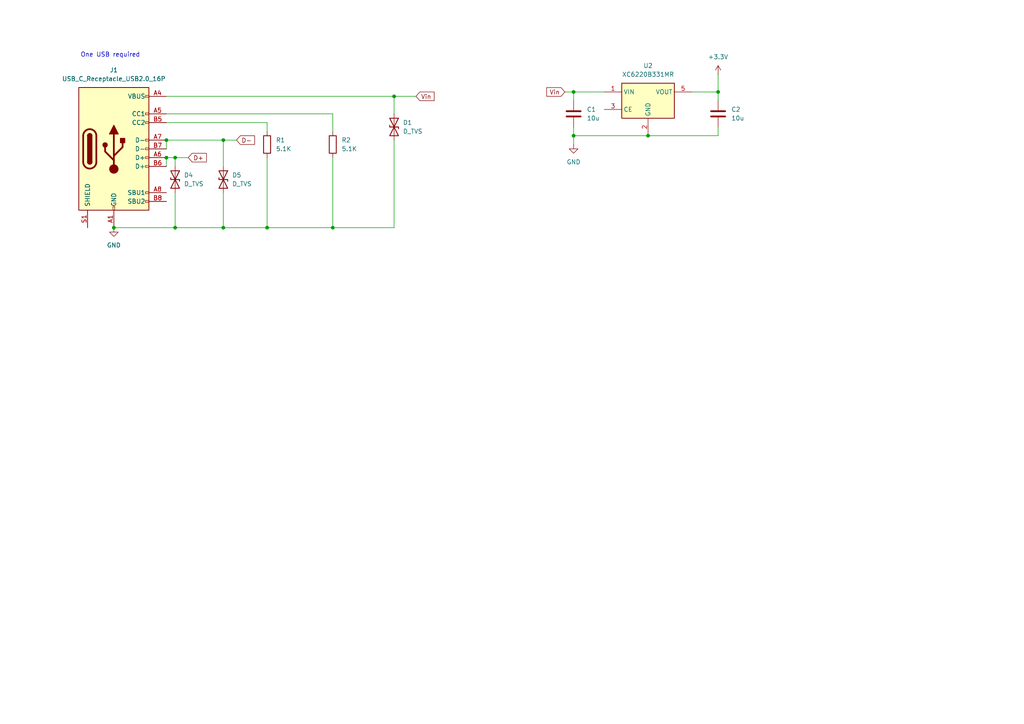
<source format=kicad_sch>
(kicad_sch (version 20250114) (generator "eeschema") (generator_version "9.0")
  (paper "A4")
  (lib_symbols
    (symbol "Connector:USB_C_Receptacle_USB2.0_16P" (pin_names (offset 1.016))
      (property "Reference" "J" (at 0 22.225 0))
      (property "Value" "USB_C_Receptacle_USB2.0_16P" (at 0 19.685 0))
      (symbol "USB_C_Receptacle_USB2.0_16P_0_0"
        (rectangle (start -0.254 -17.78) (end 0.254 -16.764))
        (rectangle (start 10.16 15.494) (end 9.144 14.986))
        (rectangle (start 10.16 10.414) (end 9.144 9.906))
        (rectangle (start 10.16 7.874) (end 9.144 7.366))
        (rectangle (start 10.16 2.794) (end 9.144 2.286))
        (rectangle (start 10.16 0.254) (end 9.144 -0.254))
        (rectangle (start 10.16 -2.286) (end 9.144 -2.794))
        (rectangle (start 10.16 -4.826) (end 9.144 -5.334))
        (rectangle (start 10.16 -12.446) (end 9.144 -12.954))
        (rectangle (start 10.16 -14.986) (end 9.144 -15.494))
      )
      (symbol "USB_C_Receptacle_USB2.0_16P_0_1"
        (rectangle (start -10.16 17.78) (end 10.16 -17.78) (stroke (width 0.254)) (fill (type background)))
        (polyline (pts (xy -8.89 -3.81) (xy -8.89 3.81)) (stroke (width 0.508)))
        (rectangle (start -7.62 -3.81) (end -6.35 3.81) (stroke (width 0.254)) (fill (type outline)))
        (arc (start -7.62 3.81) (mid -6.985 4.4423) (end -6.35 3.81) (stroke (width 0.254)))
        (arc (start -7.62 3.81) (mid -6.985 4.4423) (end -6.35 3.81) (stroke (width 0.254)) (fill (type outline)))
        (arc (start -8.89 3.81) (mid -6.985 5.7067) (end -5.08 3.81) (stroke (width 0.508)))
        (arc (start -5.08 -3.81) (mid -6.985 -5.7067) (end -8.89 -3.81) (stroke (width 0.508)))
        (arc (start -6.35 -3.81) (mid -6.985 -4.4423) (end -7.62 -3.81) (stroke (width 0.254)))
        (arc (start -6.35 -3.81) (mid -6.985 -4.4423) (end -7.62 -3.81) (stroke (width 0.254)) (fill (type outline)))
        (polyline (pts (xy -5.08 3.81) (xy -5.08 -3.81)) (stroke (width 0.508)))
        (circle (center -2.54 1.143) (radius 0.635) (stroke (width 0.254)) (fill (type outline)))
        (polyline (pts (xy -1.27 4.318) (xy 0 6.858) (xy 1.27 4.318) (xy -1.27 4.318)) (stroke (width 0.254)) (fill (type outline)))
        (polyline (pts (xy 0 -2.032) (xy 2.54 0.508) (xy 2.54 1.778)) (stroke (width 0.508)))
        (polyline (pts (xy 0 -3.302) (xy -2.54 -0.762) (xy -2.54 0.508)) (stroke (width 0.508)))
        (polyline (pts (xy 0 -5.842) (xy 0 4.318)) (stroke (width 0.508)))
        (circle (center 0 -5.842) (radius 1.27) (fill (type outline)))
        (rectangle (start 1.905 1.778) (end 3.175 3.048) (stroke (width 0.254)) (fill (type outline)))
      )
      (symbol "USB_C_Receptacle_USB2.0_16P_1_1"
        (pin passive line (at -7.62 -22.86 90) (length 5.08) (name "SHIELD") (number "S1"))
        (pin passive line (at 0 -22.86 90) (length 5.08) (name "GND") (number "A1"))
        (pin passive line (at 0 -22.86 90) (length 5.08) (hide yes) (name "GND") (number "A12"))
        (pin passive line (at 0 -22.86 90) (length 5.08) (hide yes) (name "GND") (number "B1"))
        (pin passive line (at 0 -22.86 90) (length 5.08) (hide yes) (name "GND") (number "B12"))
        (pin passive line (at 15.24 15.24 180) (length 5.08) (name "VBUS") (number "A4"))
        (pin passive line (at 15.24 15.24 180) (length 5.08) (hide yes) (name "VBUS") (number "A9"))
        (pin passive line (at 15.24 15.24 180) (length 5.08) (hide yes) (name "VBUS") (number "B4"))
        (pin passive line (at 15.24 15.24 180) (length 5.08) (hide yes) (name "VBUS") (number "B9"))
        (pin bidirectional line (at 15.24 10.16 180) (length 5.08) (name "CC1") (number "A5"))
        (pin bidirectional line (at 15.24 7.62 180) (length 5.08) (name "CC2") (number "B5"))
        (pin bidirectional line (at 15.24 2.54 180) (length 5.08) (name "D-") (number "A7"))
        (pin bidirectional line (at 15.24 0 180) (length 5.08) (name "D-") (number "B7"))
        (pin bidirectional line (at 15.24 -2.54 180) (length 5.08) (name "D+") (number "A6"))
        (pin bidirectional line (at 15.24 -5.08 180) (length 5.08) (name "D+") (number "B6"))
        (pin bidirectional line (at 15.24 -12.7 180) (length 5.08) (name "SBU1") (number "A8"))
        (pin bidirectional line (at 15.24 -15.24 180) (length 5.08) (name "SBU2") (number "B8"))
      )
    )
    (symbol "Device:C" (pin_numbers (hide yes)) (pin_names (offset 0.254))
      (property "Reference" "C" (at 0.635 2.54 0))
      (property "Value" "C" (at 0.635 -2.54 0))
      (symbol "C_0_1"
        (polyline (pts (xy -2.032 0.762) (xy 2.032 0.762)) (stroke (width 0.508)))
        (polyline (pts (xy -2.032 -0.762) (xy 2.032 -0.762)) (stroke (width 0.508)))
      )
      (symbol "C_1_1"
        (pin passive line (at 0 3.81 270) (length 2.794) (name "~") (number "1"))
        (pin passive line (at 0 -3.81 90) (length 2.794) (name "~") (number "2"))
      )
    )
    (symbol "Device:D_TVS" (pin_numbers (hide yes)) (pin_names (offset 1.016) (hide yes))
      (property "Reference" "D" (at 0 2.54 0))
      (property "Value" "D_TVS" (at 0 -2.54 0))
      (symbol "D_TVS_0_1"
        (polyline (pts (xy -2.54 1.27) (xy -2.54 -1.27) (xy 2.54 1.27) (xy 2.54 -1.27) (xy -2.54 1.27)) (stroke (width 0.254)))
        (polyline (pts (xy 0.508 1.27) (xy 0 1.27) (xy 0 -1.27) (xy -0.508 -1.27)) (stroke (width 0.254)))
        (polyline (pts (xy 1.27 0) (xy -1.27 0)))
      )
      (symbol "D_TVS_1_1"
        (pin passive line (at -3.81 0 0) (length 2.54) (name "A1") (number "1"))
        (pin passive line (at 3.81 0 180) (length 2.54) (name "A2") (number "2"))
      )
    )
    (symbol "Device:R" (pin_numbers (hide yes)) (pin_names (offset 0))
      (property "Reference" "R" (at 2.032 0 90))
      (property "Value" "R" (at 0 0 90))
      (symbol "R_0_1"
        (rectangle (start -1.016 -2.54) (end 1.016 2.54) (stroke (width 0.254)))
      )
      (symbol "R_1_1"
        (pin passive line (at 0 3.81 270) (length 1.27) (name "~") (number "1"))
        (pin passive line (at 0 -3.81 90) (length 1.27) (name "~") (number "2"))
      )
    )
    (symbol "Regulator_Linear:XC6220B331MR"
      (property "Reference" "U" (at 0 8.89 0))
      (property "Value" "XC6220B331MR" (at 0 6.35 0))
      (symbol "XC6220B331MR_0_1"
        (rectangle (start -7.62 5.08) (end 7.62 -5.08) (stroke (width 0.254)) (fill (type background)))
      )
      (symbol "XC6220B331MR_1_1"
        (pin power_in line (at -12.7 2.54 0) (length 5.08) (name "VIN") (number "1"))
        (pin input line (at -12.7 -2.54 0) (length 5.08) (name "CE") (number "3"))
        (pin power_in line (at 0 -10.16 90) (length 5.08) (name "GND") (number "2"))
        (pin no_connect line (at 7.62 -2.54 180) (length 5.08) (hide yes) (name "NC") (number "4"))
        (pin power_out line (at 12.7 2.54 180) (length 5.08) (name "VOUT") (number "5"))
      )
    )
    (symbol "power:+3.3V" (power) (pin_numbers (hide yes)) (pin_names (offset 0) (hide yes))
      (property "Value" "+3.3V" (at 0 3.556 0))
      (symbol "+3.3V_0_1"
        (polyline (pts (xy -0.762 1.27) (xy 0 2.54)))
        (polyline (pts (xy 0 2.54) (xy 0.762 1.27)))
        (polyline (pts (xy 0 0) (xy 0 2.54)))
      )
      (symbol "+3.3V_1_1"
        (pin power_in line (at 0 0 90) (length 0) (name "~") (number "1"))
      )
    )
    (symbol "power:GND" (power) (pin_numbers (hide yes)) (pin_names (offset 0) (hide yes))
      (property "Value" "GND" (at 0 -3.81 0))
      (symbol "GND_0_1"
        (polyline (pts (xy 0 0) (xy 0 -1.27) (xy 1.27 -1.27) (xy 0 -2.54) (xy -1.27 -1.27) (xy 0 -1.27)))
      )
      (symbol "GND_1_1"
        (pin power_in line (at 0 0 270) (length 0) (name "~") (number "1"))
      )
    )
  )
  (text "One USB required" (at 32.004 16.002 0) (effects (font (size 1.27 1.27))))
  (junction (at 64.77 40.64))
  (junction (at 50.8 66.04))
  (junction (at 187.96 39.37))
  (junction (at 77.47 66.04))
  (junction (at 96.52 66.04))
  (junction (at 166.37 39.37))
  (junction (at 50.8 45.72))
  (junction (at 48.26 45.72))
  (junction (at 208.28 26.67))
  (junction (at 114.3 27.94))
  (junction (at 33.02 66.04))
  (junction (at 64.77 66.04))
  (junction (at 166.37 26.67))
  (junction (at 48.26 40.64))
  (wire (pts (xy 64.77 66.04) (xy 77.47 66.04)))
  (wire (pts (xy 200.66 26.67) (xy 208.28 26.67)))
  (wire (pts (xy 163.83 26.67) (xy 166.37 26.67)))
  (wire (pts (xy 64.77 55.88) (xy 64.77 66.04)))
  (wire (pts (xy 96.52 66.04) (xy 114.3 66.04)))
  (wire (pts (xy 48.26 40.64) (xy 48.26 43.18)))
  (wire (pts (xy 166.37 36.83) (xy 166.37 39.37)))
  (wire (pts (xy 166.37 39.37) (xy 187.96 39.37)))
  (wire (pts (xy 187.96 39.37) (xy 208.28 39.37)))
  (wire (pts (xy 64.77 40.64) (xy 68.58 40.64)))
  (wire (pts (xy 166.37 26.67) (xy 166.37 29.21)))
  (wire (pts (xy 166.37 39.37) (xy 166.37 41.91)))
  (wire (pts (xy 114.3 27.94) (xy 114.3 33.02)))
  (wire (pts (xy 48.26 45.72) (xy 50.8 45.72)))
  (wire (pts (xy 208.28 26.67) (xy 208.28 29.21)))
  (wire (pts (xy 48.26 27.94) (xy 114.3 27.94)))
  (wire (pts (xy 77.47 45.72) (xy 77.47 66.04)))
  (wire (pts (xy 96.52 45.72) (xy 96.52 66.04)))
  (wire (pts (xy 48.26 45.72) (xy 48.26 48.26)))
  (wire (pts (xy 48.26 40.64) (xy 64.77 40.64)))
  (wire (pts (xy 48.26 33.02) (xy 96.52 33.02)))
  (wire (pts (xy 208.28 39.37) (xy 208.28 36.83)))
  (wire (pts (xy 208.28 21.59) (xy 208.28 26.67)))
  (wire (pts (xy 96.52 33.02) (xy 96.52 38.1)))
  (wire (pts (xy 77.47 35.56) (xy 77.47 38.1)))
  (wire (pts (xy 114.3 27.94) (xy 120.65 27.94)))
  (wire (pts (xy 50.8 55.88) (xy 50.8 66.04)))
  (wire (pts (xy 33.02 66.04) (xy 50.8 66.04)))
  (wire (pts (xy 77.47 66.04) (xy 96.52 66.04)))
  (wire (pts (xy 50.8 45.72) (xy 54.61 45.72)))
  (wire (pts (xy 114.3 40.64) (xy 114.3 66.04)))
  (wire (pts (xy 64.77 40.64) (xy 64.77 48.26)))
  (wire (pts (xy 166.37 26.67) (xy 175.26 26.67)))
  (wire (pts (xy 50.8 45.72) (xy 50.8 48.26)))
  (wire (pts (xy 48.26 35.56) (xy 77.47 35.56)))
  (wire (pts (xy 50.8 66.04) (xy 64.77 66.04)))
  (global_label "D-" (shape input) (at 68.58 40.64 0) (property "Intersheetrefs" "${INTERSHEET_REFS}" (effects (hide yes))))
  (global_label "Vin" (shape input) (at 163.83 26.67 180) (property "Intersheetrefs" "${INTERSHEET_REFS}" (effects (hide yes))))
  (global_label "Vin" (shape input) (at 120.65 27.94 0) (property "Intersheetrefs" "${INTERSHEET_REFS}" (effects (hide yes))))
  (global_label "D+" (shape input) (at 54.61 45.72 0) (property "Intersheetrefs" "${INTERSHEET_REFS}" (effects (hide yes))))
  (symbol (lib_id "Regulator_Linear:XC6220B331MR") (at 187.96 29.21 0) (unit 1)
    (property "Reference" "U2" (at 187.96 19.05 0))
    (property "Value" "XC6220B331MR" (at 187.96 21.59 0))
    (property "Footprint" "Package_TO_SOT_SMD:SOT-23-5" (effects (hide yes)))
    (property "Datasheet" "https://www.torexsemi.com/file/xc6220/XC6220.pdf" (effects (hide yes)))
    (property "Description" "1A, Low Drop-out Voltage Regulator, Fixed Output 3.3V, SOT-23-5" (effects (hide yes)))
  )
  (symbol (lib_id "Device:D_TVS") (at 114.3 36.83 270) (unit 1)
    (property "Reference" "D1" (at 116.84 35.5599 90) (effects (justify left)))
    (property "Value" "D_TVS" (at 116.84 38.0999 90) (effects (justify left)))
    (property "Footprint" "Diode_SMD:D_SOD-323_HandSoldering" (effects (hide yes)))
    (property "Description" "Bidirectional transient-voltage-suppression diode, 5.5V TVS" (effects (hide yes)))
  )
  (symbol (lib_id "Device:C") (at 208.28 33.02 0) (unit 1)
    (property "Reference" "C2" (at 212.09 31.7499 0) (effects (justify left)))
    (property "Value" "10u" (at 212.09 34.2899 0) (effects (justify left)))
    (property "Footprint" "Capacitor_SMD:C_0402_1005Metric_Pad0.74x0.62mm_HandSolder" (effects (hide yes)))
    (property "Description" "Unpolarized capacitor" (effects (hide yes)))
  )
  (symbol (lib_id "Connector:USB_C_Receptacle_USB2.0_16P") (at 33.02 43.18 0) (unit 1)
    (property "Reference" "J1" (at 33.02 20.32 0))
    (property "Value" "USB_C_Receptacle_USB2.0_16P" (at 33.02 22.86 0))
    (property "Footprint" "Connector_USB:USB_C_Receptacle_HRO_TYPE-C-31-M-12" (effects (hide yes)))
    (property "Datasheet" "https://www.usb.org/sites/default/files/documents/usb_type-c.zip" (effects (hide yes)))
    (property "Description" "USB 2.0-only 16P Type-C Receptacle connector" (effects (hide yes)))
  )
  (symbol (lib_id "power:+3.3V") (at 208.28 21.59 0) (unit 1)
    (property "Reference" "#PWR02" (effects (hide yes)))
    (property "Value" "+3.3V" (at 208.28 16.51 0))
    (property "Description" "Power symbol creates a global label with name \"+3.3V\"" (effects (hide yes)))
  )
  (symbol (lib_id "Device:R") (at 77.47 41.91 0) (unit 1)
    (property "Reference" "R1" (at 80.01 40.6399 0) (effects (justify left)))
    (property "Value" "5.1K" (at 80.01 43.1799 0) (effects (justify left)))
    (property "Footprint" "Resistor_SMD:R_0402_1005Metric_Pad0.72x0.64mm_HandSolder" (effects (hide yes)))
    (property "Description" "5.1K Resistor 0402" (effects (hide yes)))
  )
  (symbol (lib_id "Device:D_TVS") (at 50.8 52.07 270) (unit 1)
    (property "Reference" "D4" (at 53.34 50.7999 90) (effects (justify left)))
    (property "Value" "D_TVS" (at 53.34 53.3399 90) (effects (justify left)))
    (property "Footprint" "Diode_SMD:D_SOD-323_HandSoldering" (effects (hide yes)))
    (property "Description" "Bidirectional transient-voltage-suppression diode, TVS 5.5V" (effects (hide yes)))
  )
  (symbol (lib_id "power:GND") (at 166.37 41.91 0) (unit 1)
    (property "Reference" "#PWR01" (effects (hide yes)))
    (property "Value" "GND" (at 166.37 46.99 0))
    (property "Description" "Power symbol creates a global label with name \"GND\" , ground" (effects (hide yes)))
  )
  (symbol (lib_id "power:GND") (at 33.02 66.04 0) (unit 1)
    (property "Reference" "#PWR012" (effects (hide yes)))
    (property "Value" "GND" (at 33.02 71.12 0))
    (property "Description" "Power symbol creates a global label with name \"GND\" , ground" (effects (hide yes)))
  )
  (symbol (lib_id "Device:C") (at 166.37 33.02 0) (unit 1)
    (property "Reference" "C1" (at 170.18 31.7499 0) (effects (justify left)))
    (property "Value" "10u" (at 170.18 34.2899 0) (effects (justify left)))
    (property "Footprint" "Capacitor_SMD:C_0402_1005Metric_Pad0.74x0.62mm_HandSolder" (effects (hide yes)))
    (property "Description" "Unpolarized capacitor" (effects (hide yes)))
  )
  (symbol (lib_id "Device:R") (at 96.52 41.91 0) (unit 1)
    (property "Reference" "R2" (at 99.06 40.6399 0) (effects (justify left)))
    (property "Value" "5.1K" (at 99.06 43.1799 0) (effects (justify left)))
    (property "Footprint" "Resistor_SMD:R_0402_1005Metric_Pad0.72x0.64mm_HandSolder" (effects (hide yes)))
    (property "Description" "5.1K Resistor 0402" (effects (hide yes)))
  )
  (symbol (lib_id "Device:D_TVS") (at 64.77 52.07 270) (unit 1)
    (property "Reference" "D5" (at 67.31 50.7999 90) (effects (justify left)))
    (property "Value" "D_TVS" (at 67.31 53.3399 90) (effects (justify left)))
    (property "Footprint" "Diode_SMD:D_SOD-323_HandSoldering" (effects (hide yes)))
    (property "Description" "Bidirectional transient-voltage-suppression diode, TVS 5.5V" (effects (hide yes)))
  )
)
</source>
